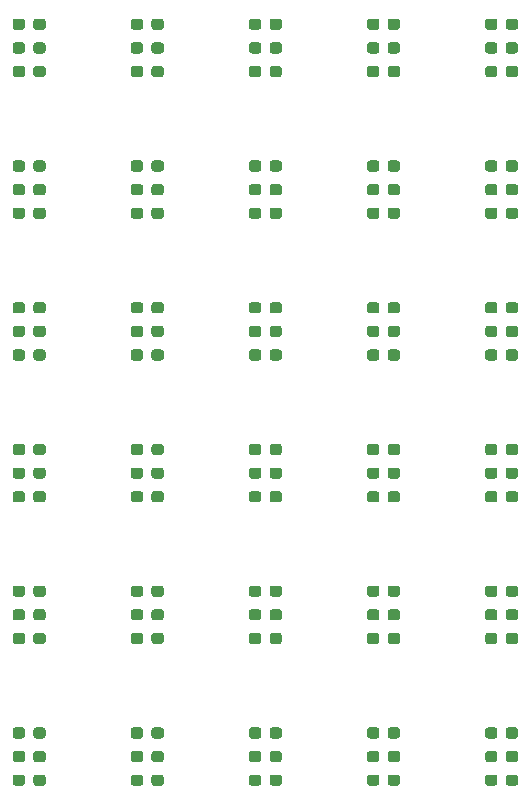
<source format=gbp>
G04 #@! TF.GenerationSoftware,KiCad,Pcbnew,5.1.6-c6e7f7d~87~ubuntu18.04.1*
G04 #@! TF.CreationDate,2021-01-10T20:40:06-05:00*
G04 #@! TF.ProjectId,dicecalc,64696365-6361-46c6-932e-6b696361645f,rev?*
G04 #@! TF.SameCoordinates,Original*
G04 #@! TF.FileFunction,Paste,Bot*
G04 #@! TF.FilePolarity,Positive*
%FSLAX46Y46*%
G04 Gerber Fmt 4.6, Leading zero omitted, Abs format (unit mm)*
G04 Created by KiCad (PCBNEW 5.1.6-c6e7f7d~87~ubuntu18.04.1) date 2021-01-10 20:40:06*
%MOMM*%
%LPD*%
G01*
G04 APERTURE LIST*
G04 APERTURE END LIST*
G36*
G01*
X89250000Y-155337500D02*
X89250000Y-154862500D01*
G75*
G02*
X89487500Y-154625000I237500J0D01*
G01*
X90062500Y-154625000D01*
G75*
G02*
X90300000Y-154862500I0J-237500D01*
G01*
X90300000Y-155337500D01*
G75*
G02*
X90062500Y-155575000I-237500J0D01*
G01*
X89487500Y-155575000D01*
G75*
G02*
X89250000Y-155337500I0J237500D01*
G01*
G37*
G36*
G01*
X87500000Y-155337500D02*
X87500000Y-154862500D01*
G75*
G02*
X87737500Y-154625000I237500J0D01*
G01*
X88312500Y-154625000D01*
G75*
G02*
X88550000Y-154862500I0J-237500D01*
G01*
X88550000Y-155337500D01*
G75*
G02*
X88312500Y-155575000I-237500J0D01*
G01*
X87737500Y-155575000D01*
G75*
G02*
X87500000Y-155337500I0J237500D01*
G01*
G37*
G36*
G01*
X87500000Y-143337500D02*
X87500000Y-142862500D01*
G75*
G02*
X87737500Y-142625000I237500J0D01*
G01*
X88312500Y-142625000D01*
G75*
G02*
X88550000Y-142862500I0J-237500D01*
G01*
X88550000Y-143337500D01*
G75*
G02*
X88312500Y-143575000I-237500J0D01*
G01*
X87737500Y-143575000D01*
G75*
G02*
X87500000Y-143337500I0J237500D01*
G01*
G37*
G36*
G01*
X89250000Y-143337500D02*
X89250000Y-142862500D01*
G75*
G02*
X89487500Y-142625000I237500J0D01*
G01*
X90062500Y-142625000D01*
G75*
G02*
X90300000Y-142862500I0J-237500D01*
G01*
X90300000Y-143337500D01*
G75*
G02*
X90062500Y-143575000I-237500J0D01*
G01*
X89487500Y-143575000D01*
G75*
G02*
X89250000Y-143337500I0J237500D01*
G01*
G37*
G36*
G01*
X100300000Y-142862500D02*
X100300000Y-143337500D01*
G75*
G02*
X100062500Y-143575000I-237500J0D01*
G01*
X99487500Y-143575000D01*
G75*
G02*
X99250000Y-143337500I0J237500D01*
G01*
X99250000Y-142862500D01*
G75*
G02*
X99487500Y-142625000I237500J0D01*
G01*
X100062500Y-142625000D01*
G75*
G02*
X100300000Y-142862500I0J-237500D01*
G01*
G37*
G36*
G01*
X98550000Y-142862500D02*
X98550000Y-143337500D01*
G75*
G02*
X98312500Y-143575000I-237500J0D01*
G01*
X97737500Y-143575000D01*
G75*
G02*
X97500000Y-143337500I0J237500D01*
G01*
X97500000Y-142862500D01*
G75*
G02*
X97737500Y-142625000I237500J0D01*
G01*
X98312500Y-142625000D01*
G75*
G02*
X98550000Y-142862500I0J-237500D01*
G01*
G37*
G36*
G01*
X110300000Y-142862500D02*
X110300000Y-143337500D01*
G75*
G02*
X110062500Y-143575000I-237500J0D01*
G01*
X109487500Y-143575000D01*
G75*
G02*
X109250000Y-143337500I0J237500D01*
G01*
X109250000Y-142862500D01*
G75*
G02*
X109487500Y-142625000I237500J0D01*
G01*
X110062500Y-142625000D01*
G75*
G02*
X110300000Y-142862500I0J-237500D01*
G01*
G37*
G36*
G01*
X108550000Y-142862500D02*
X108550000Y-143337500D01*
G75*
G02*
X108312500Y-143575000I-237500J0D01*
G01*
X107737500Y-143575000D01*
G75*
G02*
X107500000Y-143337500I0J237500D01*
G01*
X107500000Y-142862500D01*
G75*
G02*
X107737500Y-142625000I237500J0D01*
G01*
X108312500Y-142625000D01*
G75*
G02*
X108550000Y-142862500I0J-237500D01*
G01*
G37*
G36*
G01*
X87500000Y-131337500D02*
X87500000Y-130862500D01*
G75*
G02*
X87737500Y-130625000I237500J0D01*
G01*
X88312500Y-130625000D01*
G75*
G02*
X88550000Y-130862500I0J-237500D01*
G01*
X88550000Y-131337500D01*
G75*
G02*
X88312500Y-131575000I-237500J0D01*
G01*
X87737500Y-131575000D01*
G75*
G02*
X87500000Y-131337500I0J237500D01*
G01*
G37*
G36*
G01*
X89250000Y-131337500D02*
X89250000Y-130862500D01*
G75*
G02*
X89487500Y-130625000I237500J0D01*
G01*
X90062500Y-130625000D01*
G75*
G02*
X90300000Y-130862500I0J-237500D01*
G01*
X90300000Y-131337500D01*
G75*
G02*
X90062500Y-131575000I-237500J0D01*
G01*
X89487500Y-131575000D01*
G75*
G02*
X89250000Y-131337500I0J237500D01*
G01*
G37*
G36*
G01*
X100300000Y-130862500D02*
X100300000Y-131337500D01*
G75*
G02*
X100062500Y-131575000I-237500J0D01*
G01*
X99487500Y-131575000D01*
G75*
G02*
X99250000Y-131337500I0J237500D01*
G01*
X99250000Y-130862500D01*
G75*
G02*
X99487500Y-130625000I237500J0D01*
G01*
X100062500Y-130625000D01*
G75*
G02*
X100300000Y-130862500I0J-237500D01*
G01*
G37*
G36*
G01*
X98550000Y-130862500D02*
X98550000Y-131337500D01*
G75*
G02*
X98312500Y-131575000I-237500J0D01*
G01*
X97737500Y-131575000D01*
G75*
G02*
X97500000Y-131337500I0J237500D01*
G01*
X97500000Y-130862500D01*
G75*
G02*
X97737500Y-130625000I237500J0D01*
G01*
X98312500Y-130625000D01*
G75*
G02*
X98550000Y-130862500I0J-237500D01*
G01*
G37*
G36*
G01*
X110300000Y-130862500D02*
X110300000Y-131337500D01*
G75*
G02*
X110062500Y-131575000I-237500J0D01*
G01*
X109487500Y-131575000D01*
G75*
G02*
X109250000Y-131337500I0J237500D01*
G01*
X109250000Y-130862500D01*
G75*
G02*
X109487500Y-130625000I237500J0D01*
G01*
X110062500Y-130625000D01*
G75*
G02*
X110300000Y-130862500I0J-237500D01*
G01*
G37*
G36*
G01*
X108550000Y-130862500D02*
X108550000Y-131337500D01*
G75*
G02*
X108312500Y-131575000I-237500J0D01*
G01*
X107737500Y-131575000D01*
G75*
G02*
X107500000Y-131337500I0J237500D01*
G01*
X107500000Y-130862500D01*
G75*
G02*
X107737500Y-130625000I237500J0D01*
G01*
X108312500Y-130625000D01*
G75*
G02*
X108550000Y-130862500I0J-237500D01*
G01*
G37*
G36*
G01*
X87500000Y-119337500D02*
X87500000Y-118862500D01*
G75*
G02*
X87737500Y-118625000I237500J0D01*
G01*
X88312500Y-118625000D01*
G75*
G02*
X88550000Y-118862500I0J-237500D01*
G01*
X88550000Y-119337500D01*
G75*
G02*
X88312500Y-119575000I-237500J0D01*
G01*
X87737500Y-119575000D01*
G75*
G02*
X87500000Y-119337500I0J237500D01*
G01*
G37*
G36*
G01*
X89250000Y-119337500D02*
X89250000Y-118862500D01*
G75*
G02*
X89487500Y-118625000I237500J0D01*
G01*
X90062500Y-118625000D01*
G75*
G02*
X90300000Y-118862500I0J-237500D01*
G01*
X90300000Y-119337500D01*
G75*
G02*
X90062500Y-119575000I-237500J0D01*
G01*
X89487500Y-119575000D01*
G75*
G02*
X89250000Y-119337500I0J237500D01*
G01*
G37*
G36*
G01*
X99250000Y-119337500D02*
X99250000Y-118862500D01*
G75*
G02*
X99487500Y-118625000I237500J0D01*
G01*
X100062500Y-118625000D01*
G75*
G02*
X100300000Y-118862500I0J-237500D01*
G01*
X100300000Y-119337500D01*
G75*
G02*
X100062500Y-119575000I-237500J0D01*
G01*
X99487500Y-119575000D01*
G75*
G02*
X99250000Y-119337500I0J237500D01*
G01*
G37*
G36*
G01*
X97500000Y-119337500D02*
X97500000Y-118862500D01*
G75*
G02*
X97737500Y-118625000I237500J0D01*
G01*
X98312500Y-118625000D01*
G75*
G02*
X98550000Y-118862500I0J-237500D01*
G01*
X98550000Y-119337500D01*
G75*
G02*
X98312500Y-119575000I-237500J0D01*
G01*
X97737500Y-119575000D01*
G75*
G02*
X97500000Y-119337500I0J237500D01*
G01*
G37*
G36*
G01*
X108550000Y-118862500D02*
X108550000Y-119337500D01*
G75*
G02*
X108312500Y-119575000I-237500J0D01*
G01*
X107737500Y-119575000D01*
G75*
G02*
X107500000Y-119337500I0J237500D01*
G01*
X107500000Y-118862500D01*
G75*
G02*
X107737500Y-118625000I237500J0D01*
G01*
X108312500Y-118625000D01*
G75*
G02*
X108550000Y-118862500I0J-237500D01*
G01*
G37*
G36*
G01*
X110300000Y-118862500D02*
X110300000Y-119337500D01*
G75*
G02*
X110062500Y-119575000I-237500J0D01*
G01*
X109487500Y-119575000D01*
G75*
G02*
X109250000Y-119337500I0J237500D01*
G01*
X109250000Y-118862500D01*
G75*
G02*
X109487500Y-118625000I237500J0D01*
G01*
X110062500Y-118625000D01*
G75*
G02*
X110300000Y-118862500I0J-237500D01*
G01*
G37*
G36*
G01*
X118550000Y-142862500D02*
X118550000Y-143337500D01*
G75*
G02*
X118312500Y-143575000I-237500J0D01*
G01*
X117737500Y-143575000D01*
G75*
G02*
X117500000Y-143337500I0J237500D01*
G01*
X117500000Y-142862500D01*
G75*
G02*
X117737500Y-142625000I237500J0D01*
G01*
X118312500Y-142625000D01*
G75*
G02*
X118550000Y-142862500I0J-237500D01*
G01*
G37*
G36*
G01*
X120300000Y-142862500D02*
X120300000Y-143337500D01*
G75*
G02*
X120062500Y-143575000I-237500J0D01*
G01*
X119487500Y-143575000D01*
G75*
G02*
X119250000Y-143337500I0J237500D01*
G01*
X119250000Y-142862500D01*
G75*
G02*
X119487500Y-142625000I237500J0D01*
G01*
X120062500Y-142625000D01*
G75*
G02*
X120300000Y-142862500I0J-237500D01*
G01*
G37*
G36*
G01*
X118550000Y-130862500D02*
X118550000Y-131337500D01*
G75*
G02*
X118312500Y-131575000I-237500J0D01*
G01*
X117737500Y-131575000D01*
G75*
G02*
X117500000Y-131337500I0J237500D01*
G01*
X117500000Y-130862500D01*
G75*
G02*
X117737500Y-130625000I237500J0D01*
G01*
X118312500Y-130625000D01*
G75*
G02*
X118550000Y-130862500I0J-237500D01*
G01*
G37*
G36*
G01*
X120300000Y-130862500D02*
X120300000Y-131337500D01*
G75*
G02*
X120062500Y-131575000I-237500J0D01*
G01*
X119487500Y-131575000D01*
G75*
G02*
X119250000Y-131337500I0J237500D01*
G01*
X119250000Y-130862500D01*
G75*
G02*
X119487500Y-130625000I237500J0D01*
G01*
X120062500Y-130625000D01*
G75*
G02*
X120300000Y-130862500I0J-237500D01*
G01*
G37*
G36*
G01*
X120300000Y-118862500D02*
X120300000Y-119337500D01*
G75*
G02*
X120062500Y-119575000I-237500J0D01*
G01*
X119487500Y-119575000D01*
G75*
G02*
X119250000Y-119337500I0J237500D01*
G01*
X119250000Y-118862500D01*
G75*
G02*
X119487500Y-118625000I237500J0D01*
G01*
X120062500Y-118625000D01*
G75*
G02*
X120300000Y-118862500I0J-237500D01*
G01*
G37*
G36*
G01*
X118550000Y-118862500D02*
X118550000Y-119337500D01*
G75*
G02*
X118312500Y-119575000I-237500J0D01*
G01*
X117737500Y-119575000D01*
G75*
G02*
X117500000Y-119337500I0J237500D01*
G01*
X117500000Y-118862500D01*
G75*
G02*
X117737500Y-118625000I237500J0D01*
G01*
X118312500Y-118625000D01*
G75*
G02*
X118550000Y-118862500I0J-237500D01*
G01*
G37*
G36*
G01*
X118550000Y-106862500D02*
X118550000Y-107337500D01*
G75*
G02*
X118312500Y-107575000I-237500J0D01*
G01*
X117737500Y-107575000D01*
G75*
G02*
X117500000Y-107337500I0J237500D01*
G01*
X117500000Y-106862500D01*
G75*
G02*
X117737500Y-106625000I237500J0D01*
G01*
X118312500Y-106625000D01*
G75*
G02*
X118550000Y-106862500I0J-237500D01*
G01*
G37*
G36*
G01*
X120300000Y-106862500D02*
X120300000Y-107337500D01*
G75*
G02*
X120062500Y-107575000I-237500J0D01*
G01*
X119487500Y-107575000D01*
G75*
G02*
X119250000Y-107337500I0J237500D01*
G01*
X119250000Y-106862500D01*
G75*
G02*
X119487500Y-106625000I237500J0D01*
G01*
X120062500Y-106625000D01*
G75*
G02*
X120300000Y-106862500I0J-237500D01*
G01*
G37*
G36*
G01*
X110300000Y-94862500D02*
X110300000Y-95337500D01*
G75*
G02*
X110062500Y-95575000I-237500J0D01*
G01*
X109487500Y-95575000D01*
G75*
G02*
X109250000Y-95337500I0J237500D01*
G01*
X109250000Y-94862500D01*
G75*
G02*
X109487500Y-94625000I237500J0D01*
G01*
X110062500Y-94625000D01*
G75*
G02*
X110300000Y-94862500I0J-237500D01*
G01*
G37*
G36*
G01*
X108550000Y-94862500D02*
X108550000Y-95337500D01*
G75*
G02*
X108312500Y-95575000I-237500J0D01*
G01*
X107737500Y-95575000D01*
G75*
G02*
X107500000Y-95337500I0J237500D01*
G01*
X107500000Y-94862500D01*
G75*
G02*
X107737500Y-94625000I237500J0D01*
G01*
X108312500Y-94625000D01*
G75*
G02*
X108550000Y-94862500I0J-237500D01*
G01*
G37*
G36*
G01*
X77500000Y-107337500D02*
X77500000Y-106862500D01*
G75*
G02*
X77737500Y-106625000I237500J0D01*
G01*
X78312500Y-106625000D01*
G75*
G02*
X78550000Y-106862500I0J-237500D01*
G01*
X78550000Y-107337500D01*
G75*
G02*
X78312500Y-107575000I-237500J0D01*
G01*
X77737500Y-107575000D01*
G75*
G02*
X77500000Y-107337500I0J237500D01*
G01*
G37*
G36*
G01*
X79250000Y-107337500D02*
X79250000Y-106862500D01*
G75*
G02*
X79487500Y-106625000I237500J0D01*
G01*
X80062500Y-106625000D01*
G75*
G02*
X80300000Y-106862500I0J-237500D01*
G01*
X80300000Y-107337500D01*
G75*
G02*
X80062500Y-107575000I-237500J0D01*
G01*
X79487500Y-107575000D01*
G75*
G02*
X79250000Y-107337500I0J237500D01*
G01*
G37*
G36*
G01*
X87500000Y-107337500D02*
X87500000Y-106862500D01*
G75*
G02*
X87737500Y-106625000I237500J0D01*
G01*
X88312500Y-106625000D01*
G75*
G02*
X88550000Y-106862500I0J-237500D01*
G01*
X88550000Y-107337500D01*
G75*
G02*
X88312500Y-107575000I-237500J0D01*
G01*
X87737500Y-107575000D01*
G75*
G02*
X87500000Y-107337500I0J237500D01*
G01*
G37*
G36*
G01*
X89250000Y-107337500D02*
X89250000Y-106862500D01*
G75*
G02*
X89487500Y-106625000I237500J0D01*
G01*
X90062500Y-106625000D01*
G75*
G02*
X90300000Y-106862500I0J-237500D01*
G01*
X90300000Y-107337500D01*
G75*
G02*
X90062500Y-107575000I-237500J0D01*
G01*
X89487500Y-107575000D01*
G75*
G02*
X89250000Y-107337500I0J237500D01*
G01*
G37*
G36*
G01*
X99250000Y-107337500D02*
X99250000Y-106862500D01*
G75*
G02*
X99487500Y-106625000I237500J0D01*
G01*
X100062500Y-106625000D01*
G75*
G02*
X100300000Y-106862500I0J-237500D01*
G01*
X100300000Y-107337500D01*
G75*
G02*
X100062500Y-107575000I-237500J0D01*
G01*
X99487500Y-107575000D01*
G75*
G02*
X99250000Y-107337500I0J237500D01*
G01*
G37*
G36*
G01*
X97500000Y-107337500D02*
X97500000Y-106862500D01*
G75*
G02*
X97737500Y-106625000I237500J0D01*
G01*
X98312500Y-106625000D01*
G75*
G02*
X98550000Y-106862500I0J-237500D01*
G01*
X98550000Y-107337500D01*
G75*
G02*
X98312500Y-107575000I-237500J0D01*
G01*
X97737500Y-107575000D01*
G75*
G02*
X97500000Y-107337500I0J237500D01*
G01*
G37*
G36*
G01*
X110300000Y-106862500D02*
X110300000Y-107337500D01*
G75*
G02*
X110062500Y-107575000I-237500J0D01*
G01*
X109487500Y-107575000D01*
G75*
G02*
X109250000Y-107337500I0J237500D01*
G01*
X109250000Y-106862500D01*
G75*
G02*
X109487500Y-106625000I237500J0D01*
G01*
X110062500Y-106625000D01*
G75*
G02*
X110300000Y-106862500I0J-237500D01*
G01*
G37*
G36*
G01*
X108550000Y-106862500D02*
X108550000Y-107337500D01*
G75*
G02*
X108312500Y-107575000I-237500J0D01*
G01*
X107737500Y-107575000D01*
G75*
G02*
X107500000Y-107337500I0J237500D01*
G01*
X107500000Y-106862500D01*
G75*
G02*
X107737500Y-106625000I237500J0D01*
G01*
X108312500Y-106625000D01*
G75*
G02*
X108550000Y-106862500I0J-237500D01*
G01*
G37*
G36*
G01*
X79250000Y-95337500D02*
X79250000Y-94862500D01*
G75*
G02*
X79487500Y-94625000I237500J0D01*
G01*
X80062500Y-94625000D01*
G75*
G02*
X80300000Y-94862500I0J-237500D01*
G01*
X80300000Y-95337500D01*
G75*
G02*
X80062500Y-95575000I-237500J0D01*
G01*
X79487500Y-95575000D01*
G75*
G02*
X79250000Y-95337500I0J237500D01*
G01*
G37*
G36*
G01*
X77500000Y-95337500D02*
X77500000Y-94862500D01*
G75*
G02*
X77737500Y-94625000I237500J0D01*
G01*
X78312500Y-94625000D01*
G75*
G02*
X78550000Y-94862500I0J-237500D01*
G01*
X78550000Y-95337500D01*
G75*
G02*
X78312500Y-95575000I-237500J0D01*
G01*
X77737500Y-95575000D01*
G75*
G02*
X77500000Y-95337500I0J237500D01*
G01*
G37*
G36*
G01*
X89250000Y-95337500D02*
X89250000Y-94862500D01*
G75*
G02*
X89487500Y-94625000I237500J0D01*
G01*
X90062500Y-94625000D01*
G75*
G02*
X90300000Y-94862500I0J-237500D01*
G01*
X90300000Y-95337500D01*
G75*
G02*
X90062500Y-95575000I-237500J0D01*
G01*
X89487500Y-95575000D01*
G75*
G02*
X89250000Y-95337500I0J237500D01*
G01*
G37*
G36*
G01*
X87500000Y-95337500D02*
X87500000Y-94862500D01*
G75*
G02*
X87737500Y-94625000I237500J0D01*
G01*
X88312500Y-94625000D01*
G75*
G02*
X88550000Y-94862500I0J-237500D01*
G01*
X88550000Y-95337500D01*
G75*
G02*
X88312500Y-95575000I-237500J0D01*
G01*
X87737500Y-95575000D01*
G75*
G02*
X87500000Y-95337500I0J237500D01*
G01*
G37*
G36*
G01*
X97500000Y-95337500D02*
X97500000Y-94862500D01*
G75*
G02*
X97737500Y-94625000I237500J0D01*
G01*
X98312500Y-94625000D01*
G75*
G02*
X98550000Y-94862500I0J-237500D01*
G01*
X98550000Y-95337500D01*
G75*
G02*
X98312500Y-95575000I-237500J0D01*
G01*
X97737500Y-95575000D01*
G75*
G02*
X97500000Y-95337500I0J237500D01*
G01*
G37*
G36*
G01*
X99250000Y-95337500D02*
X99250000Y-94862500D01*
G75*
G02*
X99487500Y-94625000I237500J0D01*
G01*
X100062500Y-94625000D01*
G75*
G02*
X100300000Y-94862500I0J-237500D01*
G01*
X100300000Y-95337500D01*
G75*
G02*
X100062500Y-95575000I-237500J0D01*
G01*
X99487500Y-95575000D01*
G75*
G02*
X99250000Y-95337500I0J237500D01*
G01*
G37*
G36*
G01*
X120300000Y-154862500D02*
X120300000Y-155337500D01*
G75*
G02*
X120062500Y-155575000I-237500J0D01*
G01*
X119487500Y-155575000D01*
G75*
G02*
X119250000Y-155337500I0J237500D01*
G01*
X119250000Y-154862500D01*
G75*
G02*
X119487500Y-154625000I237500J0D01*
G01*
X120062500Y-154625000D01*
G75*
G02*
X120300000Y-154862500I0J-237500D01*
G01*
G37*
G36*
G01*
X118550000Y-154862500D02*
X118550000Y-155337500D01*
G75*
G02*
X118312500Y-155575000I-237500J0D01*
G01*
X117737500Y-155575000D01*
G75*
G02*
X117500000Y-155337500I0J237500D01*
G01*
X117500000Y-154862500D01*
G75*
G02*
X117737500Y-154625000I237500J0D01*
G01*
X118312500Y-154625000D01*
G75*
G02*
X118550000Y-154862500I0J-237500D01*
G01*
G37*
G36*
G01*
X120300000Y-94862500D02*
X120300000Y-95337500D01*
G75*
G02*
X120062500Y-95575000I-237500J0D01*
G01*
X119487500Y-95575000D01*
G75*
G02*
X119250000Y-95337500I0J237500D01*
G01*
X119250000Y-94862500D01*
G75*
G02*
X119487500Y-94625000I237500J0D01*
G01*
X120062500Y-94625000D01*
G75*
G02*
X120300000Y-94862500I0J-237500D01*
G01*
G37*
G36*
G01*
X118550000Y-94862500D02*
X118550000Y-95337500D01*
G75*
G02*
X118312500Y-95575000I-237500J0D01*
G01*
X117737500Y-95575000D01*
G75*
G02*
X117500000Y-95337500I0J237500D01*
G01*
X117500000Y-94862500D01*
G75*
G02*
X117737500Y-94625000I237500J0D01*
G01*
X118312500Y-94625000D01*
G75*
G02*
X118550000Y-94862500I0J-237500D01*
G01*
G37*
G36*
G01*
X98550000Y-154862500D02*
X98550000Y-155337500D01*
G75*
G02*
X98312500Y-155575000I-237500J0D01*
G01*
X97737500Y-155575000D01*
G75*
G02*
X97500000Y-155337500I0J237500D01*
G01*
X97500000Y-154862500D01*
G75*
G02*
X97737500Y-154625000I237500J0D01*
G01*
X98312500Y-154625000D01*
G75*
G02*
X98550000Y-154862500I0J-237500D01*
G01*
G37*
G36*
G01*
X100300000Y-154862500D02*
X100300000Y-155337500D01*
G75*
G02*
X100062500Y-155575000I-237500J0D01*
G01*
X99487500Y-155575000D01*
G75*
G02*
X99250000Y-155337500I0J237500D01*
G01*
X99250000Y-154862500D01*
G75*
G02*
X99487500Y-154625000I237500J0D01*
G01*
X100062500Y-154625000D01*
G75*
G02*
X100300000Y-154862500I0J-237500D01*
G01*
G37*
G36*
G01*
X108550000Y-154862500D02*
X108550000Y-155337500D01*
G75*
G02*
X108312500Y-155575000I-237500J0D01*
G01*
X107737500Y-155575000D01*
G75*
G02*
X107500000Y-155337500I0J237500D01*
G01*
X107500000Y-154862500D01*
G75*
G02*
X107737500Y-154625000I237500J0D01*
G01*
X108312500Y-154625000D01*
G75*
G02*
X108550000Y-154862500I0J-237500D01*
G01*
G37*
G36*
G01*
X110300000Y-154862500D02*
X110300000Y-155337500D01*
G75*
G02*
X110062500Y-155575000I-237500J0D01*
G01*
X109487500Y-155575000D01*
G75*
G02*
X109250000Y-155337500I0J237500D01*
G01*
X109250000Y-154862500D01*
G75*
G02*
X109487500Y-154625000I237500J0D01*
G01*
X110062500Y-154625000D01*
G75*
G02*
X110300000Y-154862500I0J-237500D01*
G01*
G37*
G36*
G01*
X79250000Y-119337500D02*
X79250000Y-118862500D01*
G75*
G02*
X79487500Y-118625000I237500J0D01*
G01*
X80062500Y-118625000D01*
G75*
G02*
X80300000Y-118862500I0J-237500D01*
G01*
X80300000Y-119337500D01*
G75*
G02*
X80062500Y-119575000I-237500J0D01*
G01*
X79487500Y-119575000D01*
G75*
G02*
X79250000Y-119337500I0J237500D01*
G01*
G37*
G36*
G01*
X77500000Y-119337500D02*
X77500000Y-118862500D01*
G75*
G02*
X77737500Y-118625000I237500J0D01*
G01*
X78312500Y-118625000D01*
G75*
G02*
X78550000Y-118862500I0J-237500D01*
G01*
X78550000Y-119337500D01*
G75*
G02*
X78312500Y-119575000I-237500J0D01*
G01*
X77737500Y-119575000D01*
G75*
G02*
X77500000Y-119337500I0J237500D01*
G01*
G37*
G36*
G01*
X79250000Y-131337500D02*
X79250000Y-130862500D01*
G75*
G02*
X79487500Y-130625000I237500J0D01*
G01*
X80062500Y-130625000D01*
G75*
G02*
X80300000Y-130862500I0J-237500D01*
G01*
X80300000Y-131337500D01*
G75*
G02*
X80062500Y-131575000I-237500J0D01*
G01*
X79487500Y-131575000D01*
G75*
G02*
X79250000Y-131337500I0J237500D01*
G01*
G37*
G36*
G01*
X77500000Y-131337500D02*
X77500000Y-130862500D01*
G75*
G02*
X77737500Y-130625000I237500J0D01*
G01*
X78312500Y-130625000D01*
G75*
G02*
X78550000Y-130862500I0J-237500D01*
G01*
X78550000Y-131337500D01*
G75*
G02*
X78312500Y-131575000I-237500J0D01*
G01*
X77737500Y-131575000D01*
G75*
G02*
X77500000Y-131337500I0J237500D01*
G01*
G37*
G36*
G01*
X79250000Y-143337500D02*
X79250000Y-142862500D01*
G75*
G02*
X79487500Y-142625000I237500J0D01*
G01*
X80062500Y-142625000D01*
G75*
G02*
X80300000Y-142862500I0J-237500D01*
G01*
X80300000Y-143337500D01*
G75*
G02*
X80062500Y-143575000I-237500J0D01*
G01*
X79487500Y-143575000D01*
G75*
G02*
X79250000Y-143337500I0J237500D01*
G01*
G37*
G36*
G01*
X77500000Y-143337500D02*
X77500000Y-142862500D01*
G75*
G02*
X77737500Y-142625000I237500J0D01*
G01*
X78312500Y-142625000D01*
G75*
G02*
X78550000Y-142862500I0J-237500D01*
G01*
X78550000Y-143337500D01*
G75*
G02*
X78312500Y-143575000I-237500J0D01*
G01*
X77737500Y-143575000D01*
G75*
G02*
X77500000Y-143337500I0J237500D01*
G01*
G37*
G36*
G01*
X79250000Y-155337500D02*
X79250000Y-154862500D01*
G75*
G02*
X79487500Y-154625000I237500J0D01*
G01*
X80062500Y-154625000D01*
G75*
G02*
X80300000Y-154862500I0J-237500D01*
G01*
X80300000Y-155337500D01*
G75*
G02*
X80062500Y-155575000I-237500J0D01*
G01*
X79487500Y-155575000D01*
G75*
G02*
X79250000Y-155337500I0J237500D01*
G01*
G37*
G36*
G01*
X77500000Y-155337500D02*
X77500000Y-154862500D01*
G75*
G02*
X77737500Y-154625000I237500J0D01*
G01*
X78312500Y-154625000D01*
G75*
G02*
X78550000Y-154862500I0J-237500D01*
G01*
X78550000Y-155337500D01*
G75*
G02*
X78312500Y-155575000I-237500J0D01*
G01*
X77737500Y-155575000D01*
G75*
G02*
X77500000Y-155337500I0J237500D01*
G01*
G37*
G36*
G01*
X89250000Y-151337500D02*
X89250000Y-150862500D01*
G75*
G02*
X89487500Y-150625000I237500J0D01*
G01*
X90062500Y-150625000D01*
G75*
G02*
X90300000Y-150862500I0J-237500D01*
G01*
X90300000Y-151337500D01*
G75*
G02*
X90062500Y-151575000I-237500J0D01*
G01*
X89487500Y-151575000D01*
G75*
G02*
X89250000Y-151337500I0J237500D01*
G01*
G37*
G36*
G01*
X87500000Y-151337500D02*
X87500000Y-150862500D01*
G75*
G02*
X87737500Y-150625000I237500J0D01*
G01*
X88312500Y-150625000D01*
G75*
G02*
X88550000Y-150862500I0J-237500D01*
G01*
X88550000Y-151337500D01*
G75*
G02*
X88312500Y-151575000I-237500J0D01*
G01*
X87737500Y-151575000D01*
G75*
G02*
X87500000Y-151337500I0J237500D01*
G01*
G37*
G36*
G01*
X87500000Y-139337500D02*
X87500000Y-138862500D01*
G75*
G02*
X87737500Y-138625000I237500J0D01*
G01*
X88312500Y-138625000D01*
G75*
G02*
X88550000Y-138862500I0J-237500D01*
G01*
X88550000Y-139337500D01*
G75*
G02*
X88312500Y-139575000I-237500J0D01*
G01*
X87737500Y-139575000D01*
G75*
G02*
X87500000Y-139337500I0J237500D01*
G01*
G37*
G36*
G01*
X89250000Y-139337500D02*
X89250000Y-138862500D01*
G75*
G02*
X89487500Y-138625000I237500J0D01*
G01*
X90062500Y-138625000D01*
G75*
G02*
X90300000Y-138862500I0J-237500D01*
G01*
X90300000Y-139337500D01*
G75*
G02*
X90062500Y-139575000I-237500J0D01*
G01*
X89487500Y-139575000D01*
G75*
G02*
X89250000Y-139337500I0J237500D01*
G01*
G37*
G36*
G01*
X100300000Y-138862500D02*
X100300000Y-139337500D01*
G75*
G02*
X100062500Y-139575000I-237500J0D01*
G01*
X99487500Y-139575000D01*
G75*
G02*
X99250000Y-139337500I0J237500D01*
G01*
X99250000Y-138862500D01*
G75*
G02*
X99487500Y-138625000I237500J0D01*
G01*
X100062500Y-138625000D01*
G75*
G02*
X100300000Y-138862500I0J-237500D01*
G01*
G37*
G36*
G01*
X98550000Y-138862500D02*
X98550000Y-139337500D01*
G75*
G02*
X98312500Y-139575000I-237500J0D01*
G01*
X97737500Y-139575000D01*
G75*
G02*
X97500000Y-139337500I0J237500D01*
G01*
X97500000Y-138862500D01*
G75*
G02*
X97737500Y-138625000I237500J0D01*
G01*
X98312500Y-138625000D01*
G75*
G02*
X98550000Y-138862500I0J-237500D01*
G01*
G37*
G36*
G01*
X110300000Y-138862500D02*
X110300000Y-139337500D01*
G75*
G02*
X110062500Y-139575000I-237500J0D01*
G01*
X109487500Y-139575000D01*
G75*
G02*
X109250000Y-139337500I0J237500D01*
G01*
X109250000Y-138862500D01*
G75*
G02*
X109487500Y-138625000I237500J0D01*
G01*
X110062500Y-138625000D01*
G75*
G02*
X110300000Y-138862500I0J-237500D01*
G01*
G37*
G36*
G01*
X108550000Y-138862500D02*
X108550000Y-139337500D01*
G75*
G02*
X108312500Y-139575000I-237500J0D01*
G01*
X107737500Y-139575000D01*
G75*
G02*
X107500000Y-139337500I0J237500D01*
G01*
X107500000Y-138862500D01*
G75*
G02*
X107737500Y-138625000I237500J0D01*
G01*
X108312500Y-138625000D01*
G75*
G02*
X108550000Y-138862500I0J-237500D01*
G01*
G37*
G36*
G01*
X89250000Y-127337500D02*
X89250000Y-126862500D01*
G75*
G02*
X89487500Y-126625000I237500J0D01*
G01*
X90062500Y-126625000D01*
G75*
G02*
X90300000Y-126862500I0J-237500D01*
G01*
X90300000Y-127337500D01*
G75*
G02*
X90062500Y-127575000I-237500J0D01*
G01*
X89487500Y-127575000D01*
G75*
G02*
X89250000Y-127337500I0J237500D01*
G01*
G37*
G36*
G01*
X87500000Y-127337500D02*
X87500000Y-126862500D01*
G75*
G02*
X87737500Y-126625000I237500J0D01*
G01*
X88312500Y-126625000D01*
G75*
G02*
X88550000Y-126862500I0J-237500D01*
G01*
X88550000Y-127337500D01*
G75*
G02*
X88312500Y-127575000I-237500J0D01*
G01*
X87737500Y-127575000D01*
G75*
G02*
X87500000Y-127337500I0J237500D01*
G01*
G37*
G36*
G01*
X90300000Y-152862500D02*
X90300000Y-153337500D01*
G75*
G02*
X90062500Y-153575000I-237500J0D01*
G01*
X89487500Y-153575000D01*
G75*
G02*
X89250000Y-153337500I0J237500D01*
G01*
X89250000Y-152862500D01*
G75*
G02*
X89487500Y-152625000I237500J0D01*
G01*
X90062500Y-152625000D01*
G75*
G02*
X90300000Y-152862500I0J-237500D01*
G01*
G37*
G36*
G01*
X88550000Y-152862500D02*
X88550000Y-153337500D01*
G75*
G02*
X88312500Y-153575000I-237500J0D01*
G01*
X87737500Y-153575000D01*
G75*
G02*
X87500000Y-153337500I0J237500D01*
G01*
X87500000Y-152862500D01*
G75*
G02*
X87737500Y-152625000I237500J0D01*
G01*
X88312500Y-152625000D01*
G75*
G02*
X88550000Y-152862500I0J-237500D01*
G01*
G37*
G36*
G01*
X88550000Y-140862500D02*
X88550000Y-141337500D01*
G75*
G02*
X88312500Y-141575000I-237500J0D01*
G01*
X87737500Y-141575000D01*
G75*
G02*
X87500000Y-141337500I0J237500D01*
G01*
X87500000Y-140862500D01*
G75*
G02*
X87737500Y-140625000I237500J0D01*
G01*
X88312500Y-140625000D01*
G75*
G02*
X88550000Y-140862500I0J-237500D01*
G01*
G37*
G36*
G01*
X90300000Y-140862500D02*
X90300000Y-141337500D01*
G75*
G02*
X90062500Y-141575000I-237500J0D01*
G01*
X89487500Y-141575000D01*
G75*
G02*
X89250000Y-141337500I0J237500D01*
G01*
X89250000Y-140862500D01*
G75*
G02*
X89487500Y-140625000I237500J0D01*
G01*
X90062500Y-140625000D01*
G75*
G02*
X90300000Y-140862500I0J-237500D01*
G01*
G37*
G36*
G01*
X99250000Y-141337500D02*
X99250000Y-140862500D01*
G75*
G02*
X99487500Y-140625000I237500J0D01*
G01*
X100062500Y-140625000D01*
G75*
G02*
X100300000Y-140862500I0J-237500D01*
G01*
X100300000Y-141337500D01*
G75*
G02*
X100062500Y-141575000I-237500J0D01*
G01*
X99487500Y-141575000D01*
G75*
G02*
X99250000Y-141337500I0J237500D01*
G01*
G37*
G36*
G01*
X97500000Y-141337500D02*
X97500000Y-140862500D01*
G75*
G02*
X97737500Y-140625000I237500J0D01*
G01*
X98312500Y-140625000D01*
G75*
G02*
X98550000Y-140862500I0J-237500D01*
G01*
X98550000Y-141337500D01*
G75*
G02*
X98312500Y-141575000I-237500J0D01*
G01*
X97737500Y-141575000D01*
G75*
G02*
X97500000Y-141337500I0J237500D01*
G01*
G37*
G36*
G01*
X109250000Y-141337500D02*
X109250000Y-140862500D01*
G75*
G02*
X109487500Y-140625000I237500J0D01*
G01*
X110062500Y-140625000D01*
G75*
G02*
X110300000Y-140862500I0J-237500D01*
G01*
X110300000Y-141337500D01*
G75*
G02*
X110062500Y-141575000I-237500J0D01*
G01*
X109487500Y-141575000D01*
G75*
G02*
X109250000Y-141337500I0J237500D01*
G01*
G37*
G36*
G01*
X107500000Y-141337500D02*
X107500000Y-140862500D01*
G75*
G02*
X107737500Y-140625000I237500J0D01*
G01*
X108312500Y-140625000D01*
G75*
G02*
X108550000Y-140862500I0J-237500D01*
G01*
X108550000Y-141337500D01*
G75*
G02*
X108312500Y-141575000I-237500J0D01*
G01*
X107737500Y-141575000D01*
G75*
G02*
X107500000Y-141337500I0J237500D01*
G01*
G37*
G36*
G01*
X90300000Y-128862500D02*
X90300000Y-129337500D01*
G75*
G02*
X90062500Y-129575000I-237500J0D01*
G01*
X89487500Y-129575000D01*
G75*
G02*
X89250000Y-129337500I0J237500D01*
G01*
X89250000Y-128862500D01*
G75*
G02*
X89487500Y-128625000I237500J0D01*
G01*
X90062500Y-128625000D01*
G75*
G02*
X90300000Y-128862500I0J-237500D01*
G01*
G37*
G36*
G01*
X88550000Y-128862500D02*
X88550000Y-129337500D01*
G75*
G02*
X88312500Y-129575000I-237500J0D01*
G01*
X87737500Y-129575000D01*
G75*
G02*
X87500000Y-129337500I0J237500D01*
G01*
X87500000Y-128862500D01*
G75*
G02*
X87737500Y-128625000I237500J0D01*
G01*
X88312500Y-128625000D01*
G75*
G02*
X88550000Y-128862500I0J-237500D01*
G01*
G37*
G36*
G01*
X98550000Y-126862500D02*
X98550000Y-127337500D01*
G75*
G02*
X98312500Y-127575000I-237500J0D01*
G01*
X97737500Y-127575000D01*
G75*
G02*
X97500000Y-127337500I0J237500D01*
G01*
X97500000Y-126862500D01*
G75*
G02*
X97737500Y-126625000I237500J0D01*
G01*
X98312500Y-126625000D01*
G75*
G02*
X98550000Y-126862500I0J-237500D01*
G01*
G37*
G36*
G01*
X100300000Y-126862500D02*
X100300000Y-127337500D01*
G75*
G02*
X100062500Y-127575000I-237500J0D01*
G01*
X99487500Y-127575000D01*
G75*
G02*
X99250000Y-127337500I0J237500D01*
G01*
X99250000Y-126862500D01*
G75*
G02*
X99487500Y-126625000I237500J0D01*
G01*
X100062500Y-126625000D01*
G75*
G02*
X100300000Y-126862500I0J-237500D01*
G01*
G37*
G36*
G01*
X108550000Y-126862500D02*
X108550000Y-127337500D01*
G75*
G02*
X108312500Y-127575000I-237500J0D01*
G01*
X107737500Y-127575000D01*
G75*
G02*
X107500000Y-127337500I0J237500D01*
G01*
X107500000Y-126862500D01*
G75*
G02*
X107737500Y-126625000I237500J0D01*
G01*
X108312500Y-126625000D01*
G75*
G02*
X108550000Y-126862500I0J-237500D01*
G01*
G37*
G36*
G01*
X110300000Y-126862500D02*
X110300000Y-127337500D01*
G75*
G02*
X110062500Y-127575000I-237500J0D01*
G01*
X109487500Y-127575000D01*
G75*
G02*
X109250000Y-127337500I0J237500D01*
G01*
X109250000Y-126862500D01*
G75*
G02*
X109487500Y-126625000I237500J0D01*
G01*
X110062500Y-126625000D01*
G75*
G02*
X110300000Y-126862500I0J-237500D01*
G01*
G37*
G36*
G01*
X89250000Y-115337500D02*
X89250000Y-114862500D01*
G75*
G02*
X89487500Y-114625000I237500J0D01*
G01*
X90062500Y-114625000D01*
G75*
G02*
X90300000Y-114862500I0J-237500D01*
G01*
X90300000Y-115337500D01*
G75*
G02*
X90062500Y-115575000I-237500J0D01*
G01*
X89487500Y-115575000D01*
G75*
G02*
X89250000Y-115337500I0J237500D01*
G01*
G37*
G36*
G01*
X87500000Y-115337500D02*
X87500000Y-114862500D01*
G75*
G02*
X87737500Y-114625000I237500J0D01*
G01*
X88312500Y-114625000D01*
G75*
G02*
X88550000Y-114862500I0J-237500D01*
G01*
X88550000Y-115337500D01*
G75*
G02*
X88312500Y-115575000I-237500J0D01*
G01*
X87737500Y-115575000D01*
G75*
G02*
X87500000Y-115337500I0J237500D01*
G01*
G37*
G36*
G01*
X99250000Y-115337500D02*
X99250000Y-114862500D01*
G75*
G02*
X99487500Y-114625000I237500J0D01*
G01*
X100062500Y-114625000D01*
G75*
G02*
X100300000Y-114862500I0J-237500D01*
G01*
X100300000Y-115337500D01*
G75*
G02*
X100062500Y-115575000I-237500J0D01*
G01*
X99487500Y-115575000D01*
G75*
G02*
X99250000Y-115337500I0J237500D01*
G01*
G37*
G36*
G01*
X97500000Y-115337500D02*
X97500000Y-114862500D01*
G75*
G02*
X97737500Y-114625000I237500J0D01*
G01*
X98312500Y-114625000D01*
G75*
G02*
X98550000Y-114862500I0J-237500D01*
G01*
X98550000Y-115337500D01*
G75*
G02*
X98312500Y-115575000I-237500J0D01*
G01*
X97737500Y-115575000D01*
G75*
G02*
X97500000Y-115337500I0J237500D01*
G01*
G37*
G36*
G01*
X108550000Y-114862500D02*
X108550000Y-115337500D01*
G75*
G02*
X108312500Y-115575000I-237500J0D01*
G01*
X107737500Y-115575000D01*
G75*
G02*
X107500000Y-115337500I0J237500D01*
G01*
X107500000Y-114862500D01*
G75*
G02*
X107737500Y-114625000I237500J0D01*
G01*
X108312500Y-114625000D01*
G75*
G02*
X108550000Y-114862500I0J-237500D01*
G01*
G37*
G36*
G01*
X110300000Y-114862500D02*
X110300000Y-115337500D01*
G75*
G02*
X110062500Y-115575000I-237500J0D01*
G01*
X109487500Y-115575000D01*
G75*
G02*
X109250000Y-115337500I0J237500D01*
G01*
X109250000Y-114862500D01*
G75*
G02*
X109487500Y-114625000I237500J0D01*
G01*
X110062500Y-114625000D01*
G75*
G02*
X110300000Y-114862500I0J-237500D01*
G01*
G37*
G36*
G01*
X97500000Y-129337500D02*
X97500000Y-128862500D01*
G75*
G02*
X97737500Y-128625000I237500J0D01*
G01*
X98312500Y-128625000D01*
G75*
G02*
X98550000Y-128862500I0J-237500D01*
G01*
X98550000Y-129337500D01*
G75*
G02*
X98312500Y-129575000I-237500J0D01*
G01*
X97737500Y-129575000D01*
G75*
G02*
X97500000Y-129337500I0J237500D01*
G01*
G37*
G36*
G01*
X99250000Y-129337500D02*
X99250000Y-128862500D01*
G75*
G02*
X99487500Y-128625000I237500J0D01*
G01*
X100062500Y-128625000D01*
G75*
G02*
X100300000Y-128862500I0J-237500D01*
G01*
X100300000Y-129337500D01*
G75*
G02*
X100062500Y-129575000I-237500J0D01*
G01*
X99487500Y-129575000D01*
G75*
G02*
X99250000Y-129337500I0J237500D01*
G01*
G37*
G36*
G01*
X107500000Y-129337500D02*
X107500000Y-128862500D01*
G75*
G02*
X107737500Y-128625000I237500J0D01*
G01*
X108312500Y-128625000D01*
G75*
G02*
X108550000Y-128862500I0J-237500D01*
G01*
X108550000Y-129337500D01*
G75*
G02*
X108312500Y-129575000I-237500J0D01*
G01*
X107737500Y-129575000D01*
G75*
G02*
X107500000Y-129337500I0J237500D01*
G01*
G37*
G36*
G01*
X109250000Y-129337500D02*
X109250000Y-128862500D01*
G75*
G02*
X109487500Y-128625000I237500J0D01*
G01*
X110062500Y-128625000D01*
G75*
G02*
X110300000Y-128862500I0J-237500D01*
G01*
X110300000Y-129337500D01*
G75*
G02*
X110062500Y-129575000I-237500J0D01*
G01*
X109487500Y-129575000D01*
G75*
G02*
X109250000Y-129337500I0J237500D01*
G01*
G37*
G36*
G01*
X90300000Y-116862500D02*
X90300000Y-117337500D01*
G75*
G02*
X90062500Y-117575000I-237500J0D01*
G01*
X89487500Y-117575000D01*
G75*
G02*
X89250000Y-117337500I0J237500D01*
G01*
X89250000Y-116862500D01*
G75*
G02*
X89487500Y-116625000I237500J0D01*
G01*
X90062500Y-116625000D01*
G75*
G02*
X90300000Y-116862500I0J-237500D01*
G01*
G37*
G36*
G01*
X88550000Y-116862500D02*
X88550000Y-117337500D01*
G75*
G02*
X88312500Y-117575000I-237500J0D01*
G01*
X87737500Y-117575000D01*
G75*
G02*
X87500000Y-117337500I0J237500D01*
G01*
X87500000Y-116862500D01*
G75*
G02*
X87737500Y-116625000I237500J0D01*
G01*
X88312500Y-116625000D01*
G75*
G02*
X88550000Y-116862500I0J-237500D01*
G01*
G37*
G36*
G01*
X100300000Y-116862500D02*
X100300000Y-117337500D01*
G75*
G02*
X100062500Y-117575000I-237500J0D01*
G01*
X99487500Y-117575000D01*
G75*
G02*
X99250000Y-117337500I0J237500D01*
G01*
X99250000Y-116862500D01*
G75*
G02*
X99487500Y-116625000I237500J0D01*
G01*
X100062500Y-116625000D01*
G75*
G02*
X100300000Y-116862500I0J-237500D01*
G01*
G37*
G36*
G01*
X98550000Y-116862500D02*
X98550000Y-117337500D01*
G75*
G02*
X98312500Y-117575000I-237500J0D01*
G01*
X97737500Y-117575000D01*
G75*
G02*
X97500000Y-117337500I0J237500D01*
G01*
X97500000Y-116862500D01*
G75*
G02*
X97737500Y-116625000I237500J0D01*
G01*
X98312500Y-116625000D01*
G75*
G02*
X98550000Y-116862500I0J-237500D01*
G01*
G37*
G36*
G01*
X107500000Y-117337500D02*
X107500000Y-116862500D01*
G75*
G02*
X107737500Y-116625000I237500J0D01*
G01*
X108312500Y-116625000D01*
G75*
G02*
X108550000Y-116862500I0J-237500D01*
G01*
X108550000Y-117337500D01*
G75*
G02*
X108312500Y-117575000I-237500J0D01*
G01*
X107737500Y-117575000D01*
G75*
G02*
X107500000Y-117337500I0J237500D01*
G01*
G37*
G36*
G01*
X109250000Y-117337500D02*
X109250000Y-116862500D01*
G75*
G02*
X109487500Y-116625000I237500J0D01*
G01*
X110062500Y-116625000D01*
G75*
G02*
X110300000Y-116862500I0J-237500D01*
G01*
X110300000Y-117337500D01*
G75*
G02*
X110062500Y-117575000I-237500J0D01*
G01*
X109487500Y-117575000D01*
G75*
G02*
X109250000Y-117337500I0J237500D01*
G01*
G37*
G36*
G01*
X118550000Y-138862500D02*
X118550000Y-139337500D01*
G75*
G02*
X118312500Y-139575000I-237500J0D01*
G01*
X117737500Y-139575000D01*
G75*
G02*
X117500000Y-139337500I0J237500D01*
G01*
X117500000Y-138862500D01*
G75*
G02*
X117737500Y-138625000I237500J0D01*
G01*
X118312500Y-138625000D01*
G75*
G02*
X118550000Y-138862500I0J-237500D01*
G01*
G37*
G36*
G01*
X120300000Y-138862500D02*
X120300000Y-139337500D01*
G75*
G02*
X120062500Y-139575000I-237500J0D01*
G01*
X119487500Y-139575000D01*
G75*
G02*
X119250000Y-139337500I0J237500D01*
G01*
X119250000Y-138862500D01*
G75*
G02*
X119487500Y-138625000I237500J0D01*
G01*
X120062500Y-138625000D01*
G75*
G02*
X120300000Y-138862500I0J-237500D01*
G01*
G37*
G36*
G01*
X118550000Y-126862500D02*
X118550000Y-127337500D01*
G75*
G02*
X118312500Y-127575000I-237500J0D01*
G01*
X117737500Y-127575000D01*
G75*
G02*
X117500000Y-127337500I0J237500D01*
G01*
X117500000Y-126862500D01*
G75*
G02*
X117737500Y-126625000I237500J0D01*
G01*
X118312500Y-126625000D01*
G75*
G02*
X118550000Y-126862500I0J-237500D01*
G01*
G37*
G36*
G01*
X120300000Y-126862500D02*
X120300000Y-127337500D01*
G75*
G02*
X120062500Y-127575000I-237500J0D01*
G01*
X119487500Y-127575000D01*
G75*
G02*
X119250000Y-127337500I0J237500D01*
G01*
X119250000Y-126862500D01*
G75*
G02*
X119487500Y-126625000I237500J0D01*
G01*
X120062500Y-126625000D01*
G75*
G02*
X120300000Y-126862500I0J-237500D01*
G01*
G37*
G36*
G01*
X118550000Y-114862500D02*
X118550000Y-115337500D01*
G75*
G02*
X118312500Y-115575000I-237500J0D01*
G01*
X117737500Y-115575000D01*
G75*
G02*
X117500000Y-115337500I0J237500D01*
G01*
X117500000Y-114862500D01*
G75*
G02*
X117737500Y-114625000I237500J0D01*
G01*
X118312500Y-114625000D01*
G75*
G02*
X118550000Y-114862500I0J-237500D01*
G01*
G37*
G36*
G01*
X120300000Y-114862500D02*
X120300000Y-115337500D01*
G75*
G02*
X120062500Y-115575000I-237500J0D01*
G01*
X119487500Y-115575000D01*
G75*
G02*
X119250000Y-115337500I0J237500D01*
G01*
X119250000Y-114862500D01*
G75*
G02*
X119487500Y-114625000I237500J0D01*
G01*
X120062500Y-114625000D01*
G75*
G02*
X120300000Y-114862500I0J-237500D01*
G01*
G37*
G36*
G01*
X118550000Y-102862500D02*
X118550000Y-103337500D01*
G75*
G02*
X118312500Y-103575000I-237500J0D01*
G01*
X117737500Y-103575000D01*
G75*
G02*
X117500000Y-103337500I0J237500D01*
G01*
X117500000Y-102862500D01*
G75*
G02*
X117737500Y-102625000I237500J0D01*
G01*
X118312500Y-102625000D01*
G75*
G02*
X118550000Y-102862500I0J-237500D01*
G01*
G37*
G36*
G01*
X120300000Y-102862500D02*
X120300000Y-103337500D01*
G75*
G02*
X120062500Y-103575000I-237500J0D01*
G01*
X119487500Y-103575000D01*
G75*
G02*
X119250000Y-103337500I0J237500D01*
G01*
X119250000Y-102862500D01*
G75*
G02*
X119487500Y-102625000I237500J0D01*
G01*
X120062500Y-102625000D01*
G75*
G02*
X120300000Y-102862500I0J-237500D01*
G01*
G37*
G36*
G01*
X108550000Y-90862500D02*
X108550000Y-91337500D01*
G75*
G02*
X108312500Y-91575000I-237500J0D01*
G01*
X107737500Y-91575000D01*
G75*
G02*
X107500000Y-91337500I0J237500D01*
G01*
X107500000Y-90862500D01*
G75*
G02*
X107737500Y-90625000I237500J0D01*
G01*
X108312500Y-90625000D01*
G75*
G02*
X108550000Y-90862500I0J-237500D01*
G01*
G37*
G36*
G01*
X110300000Y-90862500D02*
X110300000Y-91337500D01*
G75*
G02*
X110062500Y-91575000I-237500J0D01*
G01*
X109487500Y-91575000D01*
G75*
G02*
X109250000Y-91337500I0J237500D01*
G01*
X109250000Y-90862500D01*
G75*
G02*
X109487500Y-90625000I237500J0D01*
G01*
X110062500Y-90625000D01*
G75*
G02*
X110300000Y-90862500I0J-237500D01*
G01*
G37*
G36*
G01*
X117500000Y-141337500D02*
X117500000Y-140862500D01*
G75*
G02*
X117737500Y-140625000I237500J0D01*
G01*
X118312500Y-140625000D01*
G75*
G02*
X118550000Y-140862500I0J-237500D01*
G01*
X118550000Y-141337500D01*
G75*
G02*
X118312500Y-141575000I-237500J0D01*
G01*
X117737500Y-141575000D01*
G75*
G02*
X117500000Y-141337500I0J237500D01*
G01*
G37*
G36*
G01*
X119250000Y-141337500D02*
X119250000Y-140862500D01*
G75*
G02*
X119487500Y-140625000I237500J0D01*
G01*
X120062500Y-140625000D01*
G75*
G02*
X120300000Y-140862500I0J-237500D01*
G01*
X120300000Y-141337500D01*
G75*
G02*
X120062500Y-141575000I-237500J0D01*
G01*
X119487500Y-141575000D01*
G75*
G02*
X119250000Y-141337500I0J237500D01*
G01*
G37*
G36*
G01*
X117500000Y-129337500D02*
X117500000Y-128862500D01*
G75*
G02*
X117737500Y-128625000I237500J0D01*
G01*
X118312500Y-128625000D01*
G75*
G02*
X118550000Y-128862500I0J-237500D01*
G01*
X118550000Y-129337500D01*
G75*
G02*
X118312500Y-129575000I-237500J0D01*
G01*
X117737500Y-129575000D01*
G75*
G02*
X117500000Y-129337500I0J237500D01*
G01*
G37*
G36*
G01*
X119250000Y-129337500D02*
X119250000Y-128862500D01*
G75*
G02*
X119487500Y-128625000I237500J0D01*
G01*
X120062500Y-128625000D01*
G75*
G02*
X120300000Y-128862500I0J-237500D01*
G01*
X120300000Y-129337500D01*
G75*
G02*
X120062500Y-129575000I-237500J0D01*
G01*
X119487500Y-129575000D01*
G75*
G02*
X119250000Y-129337500I0J237500D01*
G01*
G37*
G36*
G01*
X117500000Y-117337500D02*
X117500000Y-116862500D01*
G75*
G02*
X117737500Y-116625000I237500J0D01*
G01*
X118312500Y-116625000D01*
G75*
G02*
X118550000Y-116862500I0J-237500D01*
G01*
X118550000Y-117337500D01*
G75*
G02*
X118312500Y-117575000I-237500J0D01*
G01*
X117737500Y-117575000D01*
G75*
G02*
X117500000Y-117337500I0J237500D01*
G01*
G37*
G36*
G01*
X119250000Y-117337500D02*
X119250000Y-116862500D01*
G75*
G02*
X119487500Y-116625000I237500J0D01*
G01*
X120062500Y-116625000D01*
G75*
G02*
X120300000Y-116862500I0J-237500D01*
G01*
X120300000Y-117337500D01*
G75*
G02*
X120062500Y-117575000I-237500J0D01*
G01*
X119487500Y-117575000D01*
G75*
G02*
X119250000Y-117337500I0J237500D01*
G01*
G37*
G36*
G01*
X117500000Y-105337500D02*
X117500000Y-104862500D01*
G75*
G02*
X117737500Y-104625000I237500J0D01*
G01*
X118312500Y-104625000D01*
G75*
G02*
X118550000Y-104862500I0J-237500D01*
G01*
X118550000Y-105337500D01*
G75*
G02*
X118312500Y-105575000I-237500J0D01*
G01*
X117737500Y-105575000D01*
G75*
G02*
X117500000Y-105337500I0J237500D01*
G01*
G37*
G36*
G01*
X119250000Y-105337500D02*
X119250000Y-104862500D01*
G75*
G02*
X119487500Y-104625000I237500J0D01*
G01*
X120062500Y-104625000D01*
G75*
G02*
X120300000Y-104862500I0J-237500D01*
G01*
X120300000Y-105337500D01*
G75*
G02*
X120062500Y-105575000I-237500J0D01*
G01*
X119487500Y-105575000D01*
G75*
G02*
X119250000Y-105337500I0J237500D01*
G01*
G37*
G36*
G01*
X107500000Y-93337500D02*
X107500000Y-92862500D01*
G75*
G02*
X107737500Y-92625000I237500J0D01*
G01*
X108312500Y-92625000D01*
G75*
G02*
X108550000Y-92862500I0J-237500D01*
G01*
X108550000Y-93337500D01*
G75*
G02*
X108312500Y-93575000I-237500J0D01*
G01*
X107737500Y-93575000D01*
G75*
G02*
X107500000Y-93337500I0J237500D01*
G01*
G37*
G36*
G01*
X109250000Y-93337500D02*
X109250000Y-92862500D01*
G75*
G02*
X109487500Y-92625000I237500J0D01*
G01*
X110062500Y-92625000D01*
G75*
G02*
X110300000Y-92862500I0J-237500D01*
G01*
X110300000Y-93337500D01*
G75*
G02*
X110062500Y-93575000I-237500J0D01*
G01*
X109487500Y-93575000D01*
G75*
G02*
X109250000Y-93337500I0J237500D01*
G01*
G37*
G36*
G01*
X79250000Y-103337500D02*
X79250000Y-102862500D01*
G75*
G02*
X79487500Y-102625000I237500J0D01*
G01*
X80062500Y-102625000D01*
G75*
G02*
X80300000Y-102862500I0J-237500D01*
G01*
X80300000Y-103337500D01*
G75*
G02*
X80062500Y-103575000I-237500J0D01*
G01*
X79487500Y-103575000D01*
G75*
G02*
X79250000Y-103337500I0J237500D01*
G01*
G37*
G36*
G01*
X77500000Y-103337500D02*
X77500000Y-102862500D01*
G75*
G02*
X77737500Y-102625000I237500J0D01*
G01*
X78312500Y-102625000D01*
G75*
G02*
X78550000Y-102862500I0J-237500D01*
G01*
X78550000Y-103337500D01*
G75*
G02*
X78312500Y-103575000I-237500J0D01*
G01*
X77737500Y-103575000D01*
G75*
G02*
X77500000Y-103337500I0J237500D01*
G01*
G37*
G36*
G01*
X87500000Y-103337500D02*
X87500000Y-102862500D01*
G75*
G02*
X87737500Y-102625000I237500J0D01*
G01*
X88312500Y-102625000D01*
G75*
G02*
X88550000Y-102862500I0J-237500D01*
G01*
X88550000Y-103337500D01*
G75*
G02*
X88312500Y-103575000I-237500J0D01*
G01*
X87737500Y-103575000D01*
G75*
G02*
X87500000Y-103337500I0J237500D01*
G01*
G37*
G36*
G01*
X89250000Y-103337500D02*
X89250000Y-102862500D01*
G75*
G02*
X89487500Y-102625000I237500J0D01*
G01*
X90062500Y-102625000D01*
G75*
G02*
X90300000Y-102862500I0J-237500D01*
G01*
X90300000Y-103337500D01*
G75*
G02*
X90062500Y-103575000I-237500J0D01*
G01*
X89487500Y-103575000D01*
G75*
G02*
X89250000Y-103337500I0J237500D01*
G01*
G37*
G36*
G01*
X97500000Y-103337500D02*
X97500000Y-102862500D01*
G75*
G02*
X97737500Y-102625000I237500J0D01*
G01*
X98312500Y-102625000D01*
G75*
G02*
X98550000Y-102862500I0J-237500D01*
G01*
X98550000Y-103337500D01*
G75*
G02*
X98312500Y-103575000I-237500J0D01*
G01*
X97737500Y-103575000D01*
G75*
G02*
X97500000Y-103337500I0J237500D01*
G01*
G37*
G36*
G01*
X99250000Y-103337500D02*
X99250000Y-102862500D01*
G75*
G02*
X99487500Y-102625000I237500J0D01*
G01*
X100062500Y-102625000D01*
G75*
G02*
X100300000Y-102862500I0J-237500D01*
G01*
X100300000Y-103337500D01*
G75*
G02*
X100062500Y-103575000I-237500J0D01*
G01*
X99487500Y-103575000D01*
G75*
G02*
X99250000Y-103337500I0J237500D01*
G01*
G37*
G36*
G01*
X110300000Y-102862500D02*
X110300000Y-103337500D01*
G75*
G02*
X110062500Y-103575000I-237500J0D01*
G01*
X109487500Y-103575000D01*
G75*
G02*
X109250000Y-103337500I0J237500D01*
G01*
X109250000Y-102862500D01*
G75*
G02*
X109487500Y-102625000I237500J0D01*
G01*
X110062500Y-102625000D01*
G75*
G02*
X110300000Y-102862500I0J-237500D01*
G01*
G37*
G36*
G01*
X108550000Y-102862500D02*
X108550000Y-103337500D01*
G75*
G02*
X108312500Y-103575000I-237500J0D01*
G01*
X107737500Y-103575000D01*
G75*
G02*
X107500000Y-103337500I0J237500D01*
G01*
X107500000Y-102862500D01*
G75*
G02*
X107737500Y-102625000I237500J0D01*
G01*
X108312500Y-102625000D01*
G75*
G02*
X108550000Y-102862500I0J-237500D01*
G01*
G37*
G36*
G01*
X77500000Y-91337500D02*
X77500000Y-90862500D01*
G75*
G02*
X77737500Y-90625000I237500J0D01*
G01*
X78312500Y-90625000D01*
G75*
G02*
X78550000Y-90862500I0J-237500D01*
G01*
X78550000Y-91337500D01*
G75*
G02*
X78312500Y-91575000I-237500J0D01*
G01*
X77737500Y-91575000D01*
G75*
G02*
X77500000Y-91337500I0J237500D01*
G01*
G37*
G36*
G01*
X79250000Y-91337500D02*
X79250000Y-90862500D01*
G75*
G02*
X79487500Y-90625000I237500J0D01*
G01*
X80062500Y-90625000D01*
G75*
G02*
X80300000Y-90862500I0J-237500D01*
G01*
X80300000Y-91337500D01*
G75*
G02*
X80062500Y-91575000I-237500J0D01*
G01*
X79487500Y-91575000D01*
G75*
G02*
X79250000Y-91337500I0J237500D01*
G01*
G37*
G36*
G01*
X80300000Y-104862500D02*
X80300000Y-105337500D01*
G75*
G02*
X80062500Y-105575000I-237500J0D01*
G01*
X79487500Y-105575000D01*
G75*
G02*
X79250000Y-105337500I0J237500D01*
G01*
X79250000Y-104862500D01*
G75*
G02*
X79487500Y-104625000I237500J0D01*
G01*
X80062500Y-104625000D01*
G75*
G02*
X80300000Y-104862500I0J-237500D01*
G01*
G37*
G36*
G01*
X78550000Y-104862500D02*
X78550000Y-105337500D01*
G75*
G02*
X78312500Y-105575000I-237500J0D01*
G01*
X77737500Y-105575000D01*
G75*
G02*
X77500000Y-105337500I0J237500D01*
G01*
X77500000Y-104862500D01*
G75*
G02*
X77737500Y-104625000I237500J0D01*
G01*
X78312500Y-104625000D01*
G75*
G02*
X78550000Y-104862500I0J-237500D01*
G01*
G37*
G36*
G01*
X88550000Y-104862500D02*
X88550000Y-105337500D01*
G75*
G02*
X88312500Y-105575000I-237500J0D01*
G01*
X87737500Y-105575000D01*
G75*
G02*
X87500000Y-105337500I0J237500D01*
G01*
X87500000Y-104862500D01*
G75*
G02*
X87737500Y-104625000I237500J0D01*
G01*
X88312500Y-104625000D01*
G75*
G02*
X88550000Y-104862500I0J-237500D01*
G01*
G37*
G36*
G01*
X90300000Y-104862500D02*
X90300000Y-105337500D01*
G75*
G02*
X90062500Y-105575000I-237500J0D01*
G01*
X89487500Y-105575000D01*
G75*
G02*
X89250000Y-105337500I0J237500D01*
G01*
X89250000Y-104862500D01*
G75*
G02*
X89487500Y-104625000I237500J0D01*
G01*
X90062500Y-104625000D01*
G75*
G02*
X90300000Y-104862500I0J-237500D01*
G01*
G37*
G36*
G01*
X98550000Y-104862500D02*
X98550000Y-105337500D01*
G75*
G02*
X98312500Y-105575000I-237500J0D01*
G01*
X97737500Y-105575000D01*
G75*
G02*
X97500000Y-105337500I0J237500D01*
G01*
X97500000Y-104862500D01*
G75*
G02*
X97737500Y-104625000I237500J0D01*
G01*
X98312500Y-104625000D01*
G75*
G02*
X98550000Y-104862500I0J-237500D01*
G01*
G37*
G36*
G01*
X100300000Y-104862500D02*
X100300000Y-105337500D01*
G75*
G02*
X100062500Y-105575000I-237500J0D01*
G01*
X99487500Y-105575000D01*
G75*
G02*
X99250000Y-105337500I0J237500D01*
G01*
X99250000Y-104862500D01*
G75*
G02*
X99487500Y-104625000I237500J0D01*
G01*
X100062500Y-104625000D01*
G75*
G02*
X100300000Y-104862500I0J-237500D01*
G01*
G37*
G36*
G01*
X109250000Y-105337500D02*
X109250000Y-104862500D01*
G75*
G02*
X109487500Y-104625000I237500J0D01*
G01*
X110062500Y-104625000D01*
G75*
G02*
X110300000Y-104862500I0J-237500D01*
G01*
X110300000Y-105337500D01*
G75*
G02*
X110062500Y-105575000I-237500J0D01*
G01*
X109487500Y-105575000D01*
G75*
G02*
X109250000Y-105337500I0J237500D01*
G01*
G37*
G36*
G01*
X107500000Y-105337500D02*
X107500000Y-104862500D01*
G75*
G02*
X107737500Y-104625000I237500J0D01*
G01*
X108312500Y-104625000D01*
G75*
G02*
X108550000Y-104862500I0J-237500D01*
G01*
X108550000Y-105337500D01*
G75*
G02*
X108312500Y-105575000I-237500J0D01*
G01*
X107737500Y-105575000D01*
G75*
G02*
X107500000Y-105337500I0J237500D01*
G01*
G37*
G36*
G01*
X78550000Y-92862500D02*
X78550000Y-93337500D01*
G75*
G02*
X78312500Y-93575000I-237500J0D01*
G01*
X77737500Y-93575000D01*
G75*
G02*
X77500000Y-93337500I0J237500D01*
G01*
X77500000Y-92862500D01*
G75*
G02*
X77737500Y-92625000I237500J0D01*
G01*
X78312500Y-92625000D01*
G75*
G02*
X78550000Y-92862500I0J-237500D01*
G01*
G37*
G36*
G01*
X80300000Y-92862500D02*
X80300000Y-93337500D01*
G75*
G02*
X80062500Y-93575000I-237500J0D01*
G01*
X79487500Y-93575000D01*
G75*
G02*
X79250000Y-93337500I0J237500D01*
G01*
X79250000Y-92862500D01*
G75*
G02*
X79487500Y-92625000I237500J0D01*
G01*
X80062500Y-92625000D01*
G75*
G02*
X80300000Y-92862500I0J-237500D01*
G01*
G37*
G36*
G01*
X87500000Y-91337500D02*
X87500000Y-90862500D01*
G75*
G02*
X87737500Y-90625000I237500J0D01*
G01*
X88312500Y-90625000D01*
G75*
G02*
X88550000Y-90862500I0J-237500D01*
G01*
X88550000Y-91337500D01*
G75*
G02*
X88312500Y-91575000I-237500J0D01*
G01*
X87737500Y-91575000D01*
G75*
G02*
X87500000Y-91337500I0J237500D01*
G01*
G37*
G36*
G01*
X89250000Y-91337500D02*
X89250000Y-90862500D01*
G75*
G02*
X89487500Y-90625000I237500J0D01*
G01*
X90062500Y-90625000D01*
G75*
G02*
X90300000Y-90862500I0J-237500D01*
G01*
X90300000Y-91337500D01*
G75*
G02*
X90062500Y-91575000I-237500J0D01*
G01*
X89487500Y-91575000D01*
G75*
G02*
X89250000Y-91337500I0J237500D01*
G01*
G37*
G36*
G01*
X97500000Y-91337500D02*
X97500000Y-90862500D01*
G75*
G02*
X97737500Y-90625000I237500J0D01*
G01*
X98312500Y-90625000D01*
G75*
G02*
X98550000Y-90862500I0J-237500D01*
G01*
X98550000Y-91337500D01*
G75*
G02*
X98312500Y-91575000I-237500J0D01*
G01*
X97737500Y-91575000D01*
G75*
G02*
X97500000Y-91337500I0J237500D01*
G01*
G37*
G36*
G01*
X99250000Y-91337500D02*
X99250000Y-90862500D01*
G75*
G02*
X99487500Y-90625000I237500J0D01*
G01*
X100062500Y-90625000D01*
G75*
G02*
X100300000Y-90862500I0J-237500D01*
G01*
X100300000Y-91337500D01*
G75*
G02*
X100062500Y-91575000I-237500J0D01*
G01*
X99487500Y-91575000D01*
G75*
G02*
X99250000Y-91337500I0J237500D01*
G01*
G37*
G36*
G01*
X120300000Y-150862500D02*
X120300000Y-151337500D01*
G75*
G02*
X120062500Y-151575000I-237500J0D01*
G01*
X119487500Y-151575000D01*
G75*
G02*
X119250000Y-151337500I0J237500D01*
G01*
X119250000Y-150862500D01*
G75*
G02*
X119487500Y-150625000I237500J0D01*
G01*
X120062500Y-150625000D01*
G75*
G02*
X120300000Y-150862500I0J-237500D01*
G01*
G37*
G36*
G01*
X118550000Y-150862500D02*
X118550000Y-151337500D01*
G75*
G02*
X118312500Y-151575000I-237500J0D01*
G01*
X117737500Y-151575000D01*
G75*
G02*
X117500000Y-151337500I0J237500D01*
G01*
X117500000Y-150862500D01*
G75*
G02*
X117737500Y-150625000I237500J0D01*
G01*
X118312500Y-150625000D01*
G75*
G02*
X118550000Y-150862500I0J-237500D01*
G01*
G37*
G36*
G01*
X120300000Y-90862500D02*
X120300000Y-91337500D01*
G75*
G02*
X120062500Y-91575000I-237500J0D01*
G01*
X119487500Y-91575000D01*
G75*
G02*
X119250000Y-91337500I0J237500D01*
G01*
X119250000Y-90862500D01*
G75*
G02*
X119487500Y-90625000I237500J0D01*
G01*
X120062500Y-90625000D01*
G75*
G02*
X120300000Y-90862500I0J-237500D01*
G01*
G37*
G36*
G01*
X118550000Y-90862500D02*
X118550000Y-91337500D01*
G75*
G02*
X118312500Y-91575000I-237500J0D01*
G01*
X117737500Y-91575000D01*
G75*
G02*
X117500000Y-91337500I0J237500D01*
G01*
X117500000Y-90862500D01*
G75*
G02*
X117737500Y-90625000I237500J0D01*
G01*
X118312500Y-90625000D01*
G75*
G02*
X118550000Y-90862500I0J-237500D01*
G01*
G37*
G36*
G01*
X100300000Y-150862500D02*
X100300000Y-151337500D01*
G75*
G02*
X100062500Y-151575000I-237500J0D01*
G01*
X99487500Y-151575000D01*
G75*
G02*
X99250000Y-151337500I0J237500D01*
G01*
X99250000Y-150862500D01*
G75*
G02*
X99487500Y-150625000I237500J0D01*
G01*
X100062500Y-150625000D01*
G75*
G02*
X100300000Y-150862500I0J-237500D01*
G01*
G37*
G36*
G01*
X98550000Y-150862500D02*
X98550000Y-151337500D01*
G75*
G02*
X98312500Y-151575000I-237500J0D01*
G01*
X97737500Y-151575000D01*
G75*
G02*
X97500000Y-151337500I0J237500D01*
G01*
X97500000Y-150862500D01*
G75*
G02*
X97737500Y-150625000I237500J0D01*
G01*
X98312500Y-150625000D01*
G75*
G02*
X98550000Y-150862500I0J-237500D01*
G01*
G37*
G36*
G01*
X88550000Y-92862500D02*
X88550000Y-93337500D01*
G75*
G02*
X88312500Y-93575000I-237500J0D01*
G01*
X87737500Y-93575000D01*
G75*
G02*
X87500000Y-93337500I0J237500D01*
G01*
X87500000Y-92862500D01*
G75*
G02*
X87737500Y-92625000I237500J0D01*
G01*
X88312500Y-92625000D01*
G75*
G02*
X88550000Y-92862500I0J-237500D01*
G01*
G37*
G36*
G01*
X90300000Y-92862500D02*
X90300000Y-93337500D01*
G75*
G02*
X90062500Y-93575000I-237500J0D01*
G01*
X89487500Y-93575000D01*
G75*
G02*
X89250000Y-93337500I0J237500D01*
G01*
X89250000Y-92862500D01*
G75*
G02*
X89487500Y-92625000I237500J0D01*
G01*
X90062500Y-92625000D01*
G75*
G02*
X90300000Y-92862500I0J-237500D01*
G01*
G37*
G36*
G01*
X98550000Y-92862500D02*
X98550000Y-93337500D01*
G75*
G02*
X98312500Y-93575000I-237500J0D01*
G01*
X97737500Y-93575000D01*
G75*
G02*
X97500000Y-93337500I0J237500D01*
G01*
X97500000Y-92862500D01*
G75*
G02*
X97737500Y-92625000I237500J0D01*
G01*
X98312500Y-92625000D01*
G75*
G02*
X98550000Y-92862500I0J-237500D01*
G01*
G37*
G36*
G01*
X100300000Y-92862500D02*
X100300000Y-93337500D01*
G75*
G02*
X100062500Y-93575000I-237500J0D01*
G01*
X99487500Y-93575000D01*
G75*
G02*
X99250000Y-93337500I0J237500D01*
G01*
X99250000Y-92862500D01*
G75*
G02*
X99487500Y-92625000I237500J0D01*
G01*
X100062500Y-92625000D01*
G75*
G02*
X100300000Y-92862500I0J-237500D01*
G01*
G37*
G36*
G01*
X119250000Y-153337500D02*
X119250000Y-152862500D01*
G75*
G02*
X119487500Y-152625000I237500J0D01*
G01*
X120062500Y-152625000D01*
G75*
G02*
X120300000Y-152862500I0J-237500D01*
G01*
X120300000Y-153337500D01*
G75*
G02*
X120062500Y-153575000I-237500J0D01*
G01*
X119487500Y-153575000D01*
G75*
G02*
X119250000Y-153337500I0J237500D01*
G01*
G37*
G36*
G01*
X117500000Y-153337500D02*
X117500000Y-152862500D01*
G75*
G02*
X117737500Y-152625000I237500J0D01*
G01*
X118312500Y-152625000D01*
G75*
G02*
X118550000Y-152862500I0J-237500D01*
G01*
X118550000Y-153337500D01*
G75*
G02*
X118312500Y-153575000I-237500J0D01*
G01*
X117737500Y-153575000D01*
G75*
G02*
X117500000Y-153337500I0J237500D01*
G01*
G37*
G36*
G01*
X119250000Y-93337500D02*
X119250000Y-92862500D01*
G75*
G02*
X119487500Y-92625000I237500J0D01*
G01*
X120062500Y-92625000D01*
G75*
G02*
X120300000Y-92862500I0J-237500D01*
G01*
X120300000Y-93337500D01*
G75*
G02*
X120062500Y-93575000I-237500J0D01*
G01*
X119487500Y-93575000D01*
G75*
G02*
X119250000Y-93337500I0J237500D01*
G01*
G37*
G36*
G01*
X117500000Y-93337500D02*
X117500000Y-92862500D01*
G75*
G02*
X117737500Y-92625000I237500J0D01*
G01*
X118312500Y-92625000D01*
G75*
G02*
X118550000Y-92862500I0J-237500D01*
G01*
X118550000Y-93337500D01*
G75*
G02*
X118312500Y-93575000I-237500J0D01*
G01*
X117737500Y-93575000D01*
G75*
G02*
X117500000Y-93337500I0J237500D01*
G01*
G37*
G36*
G01*
X99250000Y-153337500D02*
X99250000Y-152862500D01*
G75*
G02*
X99487500Y-152625000I237500J0D01*
G01*
X100062500Y-152625000D01*
G75*
G02*
X100300000Y-152862500I0J-237500D01*
G01*
X100300000Y-153337500D01*
G75*
G02*
X100062500Y-153575000I-237500J0D01*
G01*
X99487500Y-153575000D01*
G75*
G02*
X99250000Y-153337500I0J237500D01*
G01*
G37*
G36*
G01*
X97500000Y-153337500D02*
X97500000Y-152862500D01*
G75*
G02*
X97737500Y-152625000I237500J0D01*
G01*
X98312500Y-152625000D01*
G75*
G02*
X98550000Y-152862500I0J-237500D01*
G01*
X98550000Y-153337500D01*
G75*
G02*
X98312500Y-153575000I-237500J0D01*
G01*
X97737500Y-153575000D01*
G75*
G02*
X97500000Y-153337500I0J237500D01*
G01*
G37*
G36*
G01*
X110300000Y-150862500D02*
X110300000Y-151337500D01*
G75*
G02*
X110062500Y-151575000I-237500J0D01*
G01*
X109487500Y-151575000D01*
G75*
G02*
X109250000Y-151337500I0J237500D01*
G01*
X109250000Y-150862500D01*
G75*
G02*
X109487500Y-150625000I237500J0D01*
G01*
X110062500Y-150625000D01*
G75*
G02*
X110300000Y-150862500I0J-237500D01*
G01*
G37*
G36*
G01*
X108550000Y-150862500D02*
X108550000Y-151337500D01*
G75*
G02*
X108312500Y-151575000I-237500J0D01*
G01*
X107737500Y-151575000D01*
G75*
G02*
X107500000Y-151337500I0J237500D01*
G01*
X107500000Y-150862500D01*
G75*
G02*
X107737500Y-150625000I237500J0D01*
G01*
X108312500Y-150625000D01*
G75*
G02*
X108550000Y-150862500I0J-237500D01*
G01*
G37*
G36*
G01*
X77500000Y-115337500D02*
X77500000Y-114862500D01*
G75*
G02*
X77737500Y-114625000I237500J0D01*
G01*
X78312500Y-114625000D01*
G75*
G02*
X78550000Y-114862500I0J-237500D01*
G01*
X78550000Y-115337500D01*
G75*
G02*
X78312500Y-115575000I-237500J0D01*
G01*
X77737500Y-115575000D01*
G75*
G02*
X77500000Y-115337500I0J237500D01*
G01*
G37*
G36*
G01*
X79250000Y-115337500D02*
X79250000Y-114862500D01*
G75*
G02*
X79487500Y-114625000I237500J0D01*
G01*
X80062500Y-114625000D01*
G75*
G02*
X80300000Y-114862500I0J-237500D01*
G01*
X80300000Y-115337500D01*
G75*
G02*
X80062500Y-115575000I-237500J0D01*
G01*
X79487500Y-115575000D01*
G75*
G02*
X79250000Y-115337500I0J237500D01*
G01*
G37*
G36*
G01*
X77500000Y-127337500D02*
X77500000Y-126862500D01*
G75*
G02*
X77737500Y-126625000I237500J0D01*
G01*
X78312500Y-126625000D01*
G75*
G02*
X78550000Y-126862500I0J-237500D01*
G01*
X78550000Y-127337500D01*
G75*
G02*
X78312500Y-127575000I-237500J0D01*
G01*
X77737500Y-127575000D01*
G75*
G02*
X77500000Y-127337500I0J237500D01*
G01*
G37*
G36*
G01*
X79250000Y-127337500D02*
X79250000Y-126862500D01*
G75*
G02*
X79487500Y-126625000I237500J0D01*
G01*
X80062500Y-126625000D01*
G75*
G02*
X80300000Y-126862500I0J-237500D01*
G01*
X80300000Y-127337500D01*
G75*
G02*
X80062500Y-127575000I-237500J0D01*
G01*
X79487500Y-127575000D01*
G75*
G02*
X79250000Y-127337500I0J237500D01*
G01*
G37*
G36*
G01*
X79250000Y-139337500D02*
X79250000Y-138862500D01*
G75*
G02*
X79487500Y-138625000I237500J0D01*
G01*
X80062500Y-138625000D01*
G75*
G02*
X80300000Y-138862500I0J-237500D01*
G01*
X80300000Y-139337500D01*
G75*
G02*
X80062500Y-139575000I-237500J0D01*
G01*
X79487500Y-139575000D01*
G75*
G02*
X79250000Y-139337500I0J237500D01*
G01*
G37*
G36*
G01*
X77500000Y-139337500D02*
X77500000Y-138862500D01*
G75*
G02*
X77737500Y-138625000I237500J0D01*
G01*
X78312500Y-138625000D01*
G75*
G02*
X78550000Y-138862500I0J-237500D01*
G01*
X78550000Y-139337500D01*
G75*
G02*
X78312500Y-139575000I-237500J0D01*
G01*
X77737500Y-139575000D01*
G75*
G02*
X77500000Y-139337500I0J237500D01*
G01*
G37*
G36*
G01*
X79250000Y-151337500D02*
X79250000Y-150862500D01*
G75*
G02*
X79487500Y-150625000I237500J0D01*
G01*
X80062500Y-150625000D01*
G75*
G02*
X80300000Y-150862500I0J-237500D01*
G01*
X80300000Y-151337500D01*
G75*
G02*
X80062500Y-151575000I-237500J0D01*
G01*
X79487500Y-151575000D01*
G75*
G02*
X79250000Y-151337500I0J237500D01*
G01*
G37*
G36*
G01*
X77500000Y-151337500D02*
X77500000Y-150862500D01*
G75*
G02*
X77737500Y-150625000I237500J0D01*
G01*
X78312500Y-150625000D01*
G75*
G02*
X78550000Y-150862500I0J-237500D01*
G01*
X78550000Y-151337500D01*
G75*
G02*
X78312500Y-151575000I-237500J0D01*
G01*
X77737500Y-151575000D01*
G75*
G02*
X77500000Y-151337500I0J237500D01*
G01*
G37*
G36*
G01*
X109250000Y-153337500D02*
X109250000Y-152862500D01*
G75*
G02*
X109487500Y-152625000I237500J0D01*
G01*
X110062500Y-152625000D01*
G75*
G02*
X110300000Y-152862500I0J-237500D01*
G01*
X110300000Y-153337500D01*
G75*
G02*
X110062500Y-153575000I-237500J0D01*
G01*
X109487500Y-153575000D01*
G75*
G02*
X109250000Y-153337500I0J237500D01*
G01*
G37*
G36*
G01*
X107500000Y-153337500D02*
X107500000Y-152862500D01*
G75*
G02*
X107737500Y-152625000I237500J0D01*
G01*
X108312500Y-152625000D01*
G75*
G02*
X108550000Y-152862500I0J-237500D01*
G01*
X108550000Y-153337500D01*
G75*
G02*
X108312500Y-153575000I-237500J0D01*
G01*
X107737500Y-153575000D01*
G75*
G02*
X107500000Y-153337500I0J237500D01*
G01*
G37*
G36*
G01*
X78550000Y-116862500D02*
X78550000Y-117337500D01*
G75*
G02*
X78312500Y-117575000I-237500J0D01*
G01*
X77737500Y-117575000D01*
G75*
G02*
X77500000Y-117337500I0J237500D01*
G01*
X77500000Y-116862500D01*
G75*
G02*
X77737500Y-116625000I237500J0D01*
G01*
X78312500Y-116625000D01*
G75*
G02*
X78550000Y-116862500I0J-237500D01*
G01*
G37*
G36*
G01*
X80300000Y-116862500D02*
X80300000Y-117337500D01*
G75*
G02*
X80062500Y-117575000I-237500J0D01*
G01*
X79487500Y-117575000D01*
G75*
G02*
X79250000Y-117337500I0J237500D01*
G01*
X79250000Y-116862500D01*
G75*
G02*
X79487500Y-116625000I237500J0D01*
G01*
X80062500Y-116625000D01*
G75*
G02*
X80300000Y-116862500I0J-237500D01*
G01*
G37*
G36*
G01*
X78550000Y-128862500D02*
X78550000Y-129337500D01*
G75*
G02*
X78312500Y-129575000I-237500J0D01*
G01*
X77737500Y-129575000D01*
G75*
G02*
X77500000Y-129337500I0J237500D01*
G01*
X77500000Y-128862500D01*
G75*
G02*
X77737500Y-128625000I237500J0D01*
G01*
X78312500Y-128625000D01*
G75*
G02*
X78550000Y-128862500I0J-237500D01*
G01*
G37*
G36*
G01*
X80300000Y-128862500D02*
X80300000Y-129337500D01*
G75*
G02*
X80062500Y-129575000I-237500J0D01*
G01*
X79487500Y-129575000D01*
G75*
G02*
X79250000Y-129337500I0J237500D01*
G01*
X79250000Y-128862500D01*
G75*
G02*
X79487500Y-128625000I237500J0D01*
G01*
X80062500Y-128625000D01*
G75*
G02*
X80300000Y-128862500I0J-237500D01*
G01*
G37*
G36*
G01*
X80300000Y-140862500D02*
X80300000Y-141337500D01*
G75*
G02*
X80062500Y-141575000I-237500J0D01*
G01*
X79487500Y-141575000D01*
G75*
G02*
X79250000Y-141337500I0J237500D01*
G01*
X79250000Y-140862500D01*
G75*
G02*
X79487500Y-140625000I237500J0D01*
G01*
X80062500Y-140625000D01*
G75*
G02*
X80300000Y-140862500I0J-237500D01*
G01*
G37*
G36*
G01*
X78550000Y-140862500D02*
X78550000Y-141337500D01*
G75*
G02*
X78312500Y-141575000I-237500J0D01*
G01*
X77737500Y-141575000D01*
G75*
G02*
X77500000Y-141337500I0J237500D01*
G01*
X77500000Y-140862500D01*
G75*
G02*
X77737500Y-140625000I237500J0D01*
G01*
X78312500Y-140625000D01*
G75*
G02*
X78550000Y-140862500I0J-237500D01*
G01*
G37*
G36*
G01*
X80300000Y-152862500D02*
X80300000Y-153337500D01*
G75*
G02*
X80062500Y-153575000I-237500J0D01*
G01*
X79487500Y-153575000D01*
G75*
G02*
X79250000Y-153337500I0J237500D01*
G01*
X79250000Y-152862500D01*
G75*
G02*
X79487500Y-152625000I237500J0D01*
G01*
X80062500Y-152625000D01*
G75*
G02*
X80300000Y-152862500I0J-237500D01*
G01*
G37*
G36*
G01*
X78550000Y-152862500D02*
X78550000Y-153337500D01*
G75*
G02*
X78312500Y-153575000I-237500J0D01*
G01*
X77737500Y-153575000D01*
G75*
G02*
X77500000Y-153337500I0J237500D01*
G01*
X77500000Y-152862500D01*
G75*
G02*
X77737500Y-152625000I237500J0D01*
G01*
X78312500Y-152625000D01*
G75*
G02*
X78550000Y-152862500I0J-237500D01*
G01*
G37*
M02*

</source>
